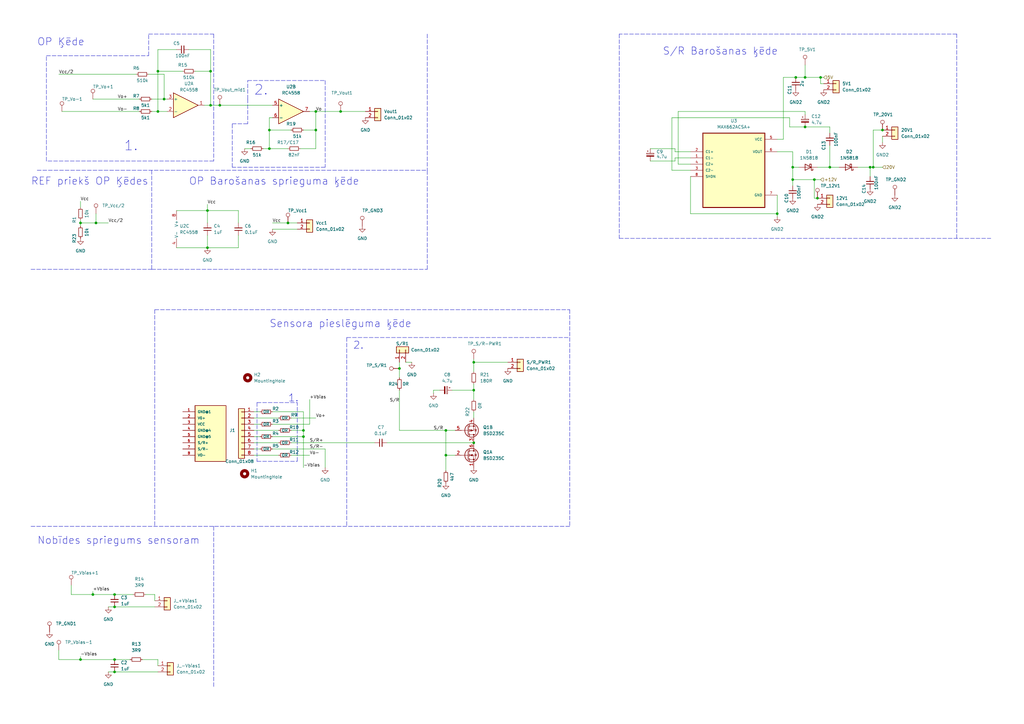
<source format=kicad_sch>
(kicad_sch (version 20211123) (generator eeschema)
  (paper "A3")
  (lib_symbols
    (symbol "Amplifier_Operational:RC4558" (pin_names (offset 0.127))
      (property "Reference" "U" (at 0 5.08 0))
      (property "Value" "RC4558" (at 0 -5.08 0))
      (symbol "RC4558_1_1"
        (polyline (pts (xy -5.08 5.08) (xy 5.08 0) (xy -5.08 -5.08) (xy -5.08 5.08)) (stroke (width 0.254)) (fill (type background)))
        (pin output line (at 7.62 0 180) (length 2.54) (name "~") (number "1"))
        (pin input line (at -7.62 -2.54 0) (length 2.54) (name "-") (number "2"))
        (pin input line (at -7.62 2.54 0) (length 2.54) (name "+") (number "3"))
      )
      (symbol "RC4558_2_1"
        (polyline (pts (xy -5.08 5.08) (xy 5.08 0) (xy -5.08 -5.08) (xy -5.08 5.08)) (stroke (width 0.254)) (fill (type background)))
        (pin input line (at -7.62 2.54 0) (length 2.54) (name "+") (number "5"))
        (pin input line (at -7.62 -2.54 0) (length 2.54) (name "-") (number "6"))
        (pin output line (at 7.62 0 180) (length 2.54) (name "~") (number "7"))
      )
      (symbol "RC4558_3_1"
        (pin power_in line (at -2.54 -7.62 90) (length 3.81) (name "V-") (number "4"))
        (pin power_in line (at -2.54 7.62 270) (length 3.81) (name "V+") (number "8"))
      )
    )
    (symbol "Connector:TestPoint" (pin_numbers hide) (pin_names (offset 0.762) hide)
      (property "Reference" "TP" (at 0 6.858 0))
      (property "Value" "TestPoint" (at 0 5.08 0))
      (symbol "TestPoint_0_1"
        (circle (center 0 3.302) (radius 0.762))
      )
      (symbol "TestPoint_1_1"
        (pin passive line (at 0 0 90) (length 2.54) (name "1") (number "1"))
      )
    )
    (symbol "Connector_Generic:Conn_01x02" (pin_names (offset 1.016) hide)
      (property "Reference" "J" (at 0 2.54 0))
      (property "Value" "Conn_01x02" (at 0 -5.08 0))
      (symbol "Conn_01x02_1_1"
        (rectangle (start -1.27 -2.413) (end 0 -2.667) (stroke (width 0.1524)))
        (rectangle (start -1.27 0.127) (end 0 -0.127) (stroke (width 0.1524)))
        (rectangle (start -1.27 1.27) (end 1.27 -3.81) (stroke (width 0.254)) (fill (type background)))
        (pin passive line (at -5.08 0 0) (length 3.81) (name "Pin_1") (number "1"))
        (pin passive line (at -5.08 -2.54 0) (length 3.81) (name "Pin_2") (number "2"))
      )
    )
    (symbol "Connector_Generic:Conn_01x08" (pin_names (offset 1.016) hide)
      (property "Reference" "J" (at 0 10.16 0))
      (property "Value" "Conn_01x08" (at 0 -12.7 0))
      (symbol "Conn_01x08_1_1"
        (rectangle (start -1.27 -10.033) (end 0 -10.287) (stroke (width 0.1524)))
        (rectangle (start -1.27 -7.493) (end 0 -7.747) (stroke (width 0.1524)))
        (rectangle (start -1.27 -4.953) (end 0 -5.207) (stroke (width 0.1524)))
        (rectangle (start -1.27 -2.413) (end 0 -2.667) (stroke (width 0.1524)))
        (rectangle (start -1.27 0.127) (end 0 -0.127) (stroke (width 0.1524)))
        (rectangle (start -1.27 2.667) (end 0 2.413) (stroke (width 0.1524)))
        (rectangle (start -1.27 5.207) (end 0 4.953) (stroke (width 0.1524)))
        (rectangle (start -1.27 7.747) (end 0 7.493) (stroke (width 0.1524)))
        (rectangle (start -1.27 8.89) (end 1.27 -11.43) (stroke (width 0.254)) (fill (type background)))
        (pin passive line (at -5.08 7.62 0) (length 3.81) (name "Pin_1") (number "1"))
        (pin passive line (at -5.08 5.08 0) (length 3.81) (name "Pin_2") (number "2"))
        (pin passive line (at -5.08 2.54 0) (length 3.81) (name "Pin_3") (number "3"))
        (pin passive line (at -5.08 0 0) (length 3.81) (name "Pin_4") (number "4"))
        (pin passive line (at -5.08 -2.54 0) (length 3.81) (name "Pin_5") (number "5"))
        (pin passive line (at -5.08 -5.08 0) (length 3.81) (name "Pin_6") (number "6"))
        (pin passive line (at -5.08 -7.62 0) (length 3.81) (name "Pin_7") (number "7"))
        (pin passive line (at -5.08 -10.16 0) (length 3.81) (name "Pin_8") (number "8"))
      )
    )
    (symbol "Device:C_Polarized_Small" (pin_numbers hide) (pin_names (offset 0.254) hide)
      (property "Reference" "C" (at 0.254 1.778 0))
      (property "Value" "C_Polarized_Small" (at 0.254 -2.032 0))
      (symbol "C_Polarized_Small_0_1"
        (rectangle (start -1.524 -0.3048) (end 1.524 -0.6858) (fill (type outline)))
        (rectangle (start -1.524 0.6858) (end 1.524 0.3048))
        (polyline (pts (xy -1.27 1.524) (xy -0.762 1.524)))
        (polyline (pts (xy -1.016 1.27) (xy -1.016 1.778)))
      )
      (symbol "C_Polarized_Small_1_1"
        (pin passive line (at 0 2.54 270) (length 1.8542) (name "~") (number "1"))
        (pin passive line (at 0 -2.54 90) (length 1.8542) (name "~") (number "2"))
      )
    )
    (symbol "Device:C_Small" (pin_numbers hide) (pin_names (offset 0.254) hide)
      (property "Reference" "C" (at 0.254 1.778 0))
      (property "Value" "C_Small" (at 0.254 -2.032 0))
      (symbol "C_Small_0_1"
        (polyline (pts (xy -1.524 -0.508) (xy 1.524 -0.508)) (stroke (width 0.3302)))
        (polyline (pts (xy -1.524 0.508) (xy 1.524 0.508)) (stroke (width 0.3048)))
      )
      (symbol "C_Small_1_1"
        (pin passive line (at 0 2.54 270) (length 2.032) (name "~") (number "1"))
        (pin passive line (at 0 -2.54 90) (length 2.032) (name "~") (number "2"))
      )
    )
    (symbol "Device:R_Small" (pin_numbers hide) (pin_names (offset 0.254) hide)
      (property "Reference" "R" (at 0.762 0.508 0))
      (property "Value" "R_Small" (at 0.762 -1.016 0))
      (symbol "R_Small_0_1"
        (rectangle (start -0.762 1.778) (end 0.762 -1.778) (stroke (width 0.2032)))
      )
      (symbol "R_Small_1_1"
        (pin passive line (at 0 2.54 270) (length 0.762) (name "~") (number "1"))
        (pin passive line (at 0 -2.54 90) (length 0.762) (name "~") (number "2"))
      )
    )
    (symbol "Diode:1N5818" (pin_numbers hide) (pin_names (offset 1.016) hide)
      (property "Reference" "D" (at 0 2.54 0))
      (property "Value" "1N5818" (at 0 -2.54 0))
      (symbol "1N5818_0_1"
        (polyline (pts (xy 1.27 0) (xy -1.27 0)))
        (polyline (pts (xy 1.27 1.27) (xy 1.27 -1.27) (xy -1.27 0) (xy 1.27 1.27)) (stroke (width 0.254)))
        (polyline (pts (xy -1.905 0.635) (xy -1.905 1.27) (xy -1.27 1.27) (xy -1.27 -1.27) (xy -0.635 -1.27) (xy -0.635 -0.635)) (stroke (width 0.254)))
      )
      (symbol "1N5818_1_1"
        (pin passive line (at -3.81 0 0) (length 2.54) (name "K") (number "1"))
        (pin passive line (at 3.81 0 180) (length 2.54) (name "A") (number "2"))
      )
    )
    (symbol "Mechanical:MountingHole" (pin_names (offset 1.016))
      (property "Reference" "H" (at 0 5.08 0))
      (property "Value" "MountingHole" (at 0 3.175 0))
      (symbol "MountingHole_0_1"
        (circle (center 0 0) (radius 1.27) (stroke (width 1.27)))
      )
    )
    (symbol "MyLib:HMC1051Z" (pin_names (offset 1.016))
      (symbol "HMC1051Z_0_0"
        (rectangle (start 0 -7.62) (end 12.7 15.24) (stroke (width 0.254)) (fill (type background)))
        (polyline (pts (xy 0 15.24) (xy 0 -7.62)) (stroke (width 0.254)))
        (pin bidirectional line (at -5.08 12.7 0) (length 5.08) (name "GND@1") (number "1"))
        (pin bidirectional line (at -5.08 10.16 0) (length 5.08) (name "V0+") (number "2"))
        (pin bidirectional line (at -5.08 7.62 0) (length 5.08) (name "VCC") (number "3"))
        (pin bidirectional line (at -5.08 5.08 0) (length 5.08) (name "GND@4") (number "4"))
        (pin bidirectional line (at -5.08 2.54 0) (length 5.08) (name "GND@5") (number "5"))
        (pin bidirectional line (at -5.08 0 0) (length 5.08) (name "S/R+") (number "6"))
        (pin bidirectional line (at -5.08 -2.54 0) (length 5.08) (name "S/R-") (number "7"))
        (pin bidirectional line (at -5.08 -5.08 0) (length 5.08) (name "VO-") (number "8"))
      )
    )
    (symbol "MyLib:MAX662ACSA+" (pin_names (offset 1.016))
      (property "Reference" "U" (at -12.7 16.2306 0))
      (property "Value" "MAX662ACSA+" (at -12.7 -19.2278 0))
      (symbol "MAX662ACSA+_0_0"
        (rectangle (start -12.7 -15.24) (end 12.7 15.24) (stroke (width 0.4064)) (fill (type background)))
        (pin input line (at -17.78 5.08 0) (length 5.08) (name "C1-") (number "1"))
        (pin input line (at -17.78 7.62 0) (length 5.08) (name "C1+") (number "2"))
        (pin input line (at -17.78 0 0) (length 5.08) (name "C2-") (number "3"))
        (pin input line (at -17.78 2.54 0) (length 5.08) (name "C2+") (number "4"))
        (pin power_in line (at 17.78 12.7 180) (length 5.08) (name "VCC") (number "5"))
        (pin output line (at 17.78 7.62 180) (length 5.08) (name "VOUT") (number "6"))
        (pin power_in line (at 17.78 -10.16 180) (length 5.08) (name "GND") (number "7"))
        (pin input line (at -17.78 -2.54 0) (length 5.08) (name "SHDN") (number "8"))
      )
    )
    (symbol "Transistor_FET:BSD235C" (pin_names hide)
      (property "Reference" "Q" (at 5.08 2.54 0))
      (property "Value" "BSD235C" (at 5.08 0 0))
      (symbol "BSD235C_1_1"
        (polyline (pts (xy 0.254 -1.905) (xy 0.254 1.905)) (stroke (width 0.254)))
        (polyline (pts (xy 0.254 0) (xy -2.54 0)))
        (polyline (pts (xy 0.762 -2.286) (xy 0.762 -1.27)) (stroke (width 0.254)))
        (polyline (pts (xy 0.762 -0.508) (xy 0.762 0.508)) (stroke (width 0.254)))
        (polyline (pts (xy 0.762 1.27) (xy 0.762 2.286)) (stroke (width 0.254)))
        (polyline (pts (xy 2.54 1.905) (xy 2.54 2.54)))
        (polyline (pts (xy 2.54 -2.54) (xy 2.54 0) (xy 0.762 0)))
        (polyline (pts (xy 0.762 1.778) (xy 3.302 1.778) (xy 3.302 -1.778) (xy 0.762 -1.778)))
        (polyline (pts (xy 1.016 0) (xy 2.032 -0.381) (xy 2.032 0.381) (xy 1.016 0)) (fill (type outline)))
        (polyline (pts (xy 2.794 0.508) (xy 2.921 0.381) (xy 3.683 0.381) (xy 3.81 0.254)))
        (polyline (pts (xy 3.302 0.381) (xy 2.921 -0.254) (xy 3.683 -0.254) (xy 3.302 0.381)))
        (circle (center 1.651 0) (radius 2.794) (stroke (width 0.254)))
        (circle (center 2.54 -1.778) (radius 0.254) (fill (type outline)))
        (circle (center 2.54 1.778) (radius 0.254) (fill (type outline)))
        (pin passive line (at 2.54 -5.08 90) (length 2.54) (name "SN") (number "1"))
        (pin input line (at -5.08 0 0) (length 2.54) (name "GN") (number "2"))
        (pin passive line (at 2.54 5.08 270) (length 2.54) (name "DN") (number "6"))
      )
      (symbol "BSD235C_2_1"
        (polyline (pts (xy 0.254 0) (xy -2.54 0)))
        (polyline (pts (xy 0.254 1.905) (xy 0.254 -1.905)) (stroke (width 0.254)))
        (polyline (pts (xy 0.762 -1.27) (xy 0.762 -2.286)) (stroke (width 0.254)))
        (polyline (pts (xy 0.762 0.508) (xy 0.762 -0.508)) (stroke (width 0.254)))
        (polyline (pts (xy 0.762 2.286) (xy 0.762 1.27)) (stroke (width 0.254)))
        (polyline (pts (xy 2.54 -1.905) (xy 2.54 -2.54)))
        (polyline (pts (xy 2.54 2.54) (xy 2.54 0) (xy 0.762 0)))
        (polyline (pts (xy 0.762 -1.778) (xy 3.302 -1.778) (xy 3.302 1.778) (xy 0.762 1.778)))
        (polyline (pts (xy 2.286 0) (xy 1.27 -0.381) (xy 1.27 0.381) (xy 2.286 0)) (fill (type outline)))
        (polyline (pts (xy 2.794 0.508) (xy 2.921 0.381) (xy 3.683 0.381) (xy 3.81 0.254)))
        (polyline (pts (xy 3.302 0.381) (xy 2.921 -0.254) (xy 3.683 -0.254) (xy 3.302 0.381)))
        (circle (center 1.651 0) (radius 2.794) (stroke (width 0.254)))
        (circle (center 2.54 -1.778) (radius 0.254) (fill (type outline)))
        (circle (center 2.54 1.778) (radius 0.254) (fill (type outline)))
        (pin passive line (at 2.54 -5.08 90) (length 2.54) (name "DP") (number "3"))
        (pin passive line (at 2.54 5.08 270) (length 2.54) (name "SP") (number "4"))
        (pin input line (at -5.08 0 0) (length 2.54) (name "GP") (number "5"))
      )
    )
    (symbol "power:GND" (power) (pin_names (offset 0))
      (property "Value" "GND" (at 0 -3.81 0))
      (symbol "GND_0_1"
        (polyline (pts (xy 0 0) (xy 0 -1.27) (xy 1.27 -1.27) (xy 0 -2.54) (xy -1.27 -1.27) (xy 0 -1.27)))
      )
      (symbol "GND_1_1"
        (pin power_in line (at 0 0 270) (length 0) hide (name "GND") (number "1"))
      )
    )
    (symbol "power:GND2" (power) (pin_names (offset 0))
      (property "Value" "GND2" (at 0 -3.81 0))
      (symbol "GND2_0_1"
        (polyline (pts (xy 0 0) (xy 0 -1.27) (xy 1.27 -1.27) (xy 0 -2.54) (xy -1.27 -1.27) (xy 0 -1.27)))
      )
      (symbol "GND2_1_1"
        (pin power_in line (at 0 0 270) (length 0) hide (name "GND2") (number "1"))
      )
    )
  )
  (junction (at 64.77 29.21))
  (junction (at 46.99 243.84))
  (junction (at 318.77 87.63))
  (junction (at 129.54 45.72))
  (junction (at 163.83 151.13))
  (junction (at 64.77 45.72))
  (junction (at 46.99 248.92))
  (junction (at 330.2 31.75))
  (junction (at 110.49 53.34))
  (junction (at 194.31 160.02))
  (junction (at 336.55 31.75))
  (junction (at 361.95 53.34))
  (junction (at 118.11 91.44))
  (junction (at 182.88 176.53))
  (junction (at 358.14 68.58))
  (junction (at 110.49 60.96))
  (junction (at 129.54 53.34))
  (junction (at 39.37 91.44))
  (junction (at 326.39 31.75))
  (junction (at 124.46 176.53))
  (junction (at 67.31 40.64))
  (junction (at 33.02 91.44))
  (junction (at 340.36 68.58))
  (junction (at 335.28 81.28))
  (junction (at 325.12 68.58))
  (junction (at 86.36 29.21))
  (junction (at 356.87 68.58))
  (junction (at 194.31 148.59))
  (junction (at 38.1 243.84))
  (junction (at 182.88 186.69))
  (junction (at 46.99 270.51))
  (junction (at 85.09 101.6))
  (junction (at 46.99 275.59))
  (junction (at 330.2 52.07))
  (junction (at 85.09 86.36))
  (junction (at 90.17 43.18))
  (junction (at 194.31 181.61))
  (junction (at 124.46 179.07))
  (junction (at 86.36 43.18))
  (junction (at 33.02 270.51))
  (junction (at 325.12 73.66))
  (junction (at 139.7 45.72))
  (junction (at 334.01 73.66))
  (wire (pts (xy 33.02 82.55) (xy 33.02 85.09)))
  (wire (pts (xy 182.88 186.69) (xy 186.69 186.69)))
  (polyline (pts (xy 392.43 97.79) (xy 392.43 13.97)))
  (wire (pts (xy 46.99 243.84) (xy 38.1 243.84)))
  (wire (pts (xy 276.86 64.77) (xy 283.21 64.77)))
  (wire (pts (xy 85.09 86.36) (xy 85.09 91.44)))
  (polyline (pts (xy 105.41 189.23) (xy 121.92 189.23)))
  (wire (pts (xy 119.38 186.69) (xy 127 186.69)))
  (wire (pts (xy 180.34 160.02) (xy 177.8 160.02)))
  (wire (pts (xy 77.47 20.32) (xy 86.36 20.32)))
  (wire (pts (xy 33.02 270.51) (xy 33.02 269.24)))
  (wire (pts (xy 158.75 181.61) (xy 194.31 181.61)))
  (wire (pts (xy 110.49 53.34) (xy 119.38 53.34)))
  (wire (pts (xy 194.31 148.59) (xy 194.31 152.4)))
  (wire (pts (xy 111.76 184.15) (xy 133.35 184.15)))
  (wire (pts (xy 44.45 275.59) (xy 46.99 275.59)))
  (wire (pts (xy 33.02 91.44) (xy 33.02 90.17)))
  (wire (pts (xy 177.8 160.02) (xy 177.8 161.29)))
  (polyline (pts (xy 142.24 138.43) (xy 142.24 215.9)))
  (wire (pts (xy 325.12 73.66) (xy 325.12 76.2)))
  (wire (pts (xy 334.01 73.66) (xy 336.55 73.66)))
  (wire (pts (xy 185.42 160.02) (xy 194.31 160.02)))
  (wire (pts (xy 83.82 43.18) (xy 86.36 43.18)))
  (wire (pts (xy 111.76 91.44) (xy 118.11 91.44)))
  (wire (pts (xy 63.5 243.84) (xy 63.5 246.38)))
  (wire (pts (xy 64.77 29.21) (xy 74.93 29.21)))
  (wire (pts (xy 330.2 45.72) (xy 330.2 46.99)))
  (wire (pts (xy 111.76 179.07) (xy 124.46 179.07)))
  (wire (pts (xy 104.14 181.61) (xy 114.3 181.61)))
  (wire (pts (xy 194.31 148.59) (xy 208.28 148.59)))
  (wire (pts (xy 24.13 266.7) (xy 24.13 270.51)))
  (wire (pts (xy 97.79 101.6) (xy 85.09 101.6)))
  (wire (pts (xy 335.28 81.28) (xy 334.01 81.28)))
  (wire (pts (xy 24.13 270.51) (xy 33.02 270.51)))
  (wire (pts (xy 276.86 66.04) (xy 276.86 64.77)))
  (wire (pts (xy 194.31 157.48) (xy 194.31 160.02)))
  (polyline (pts (xy 12.7 215.9) (xy 87.63 215.9)))
  (wire (pts (xy 85.09 86.36) (xy 97.79 86.36)))
  (polyline (pts (xy 101.6 40.64) (xy 101.6 50.8)))
  (wire (pts (xy 358.14 53.34) (xy 358.14 68.58)))
  (wire (pts (xy 104.14 176.53) (xy 114.3 176.53)))
  (wire (pts (xy 44.45 248.92) (xy 46.99 248.92)))
  (polyline (pts (xy 105.41 165.1) (xy 121.92 165.1)))
  (wire (pts (xy 58.42 270.51) (xy 64.77 270.51)))
  (wire (pts (xy 59.69 243.84) (xy 63.5 243.84)))
  (polyline (pts (xy 87.63 215.9) (xy 87.63 281.94)))
  (wire (pts (xy 119.38 181.61) (xy 153.67 181.61)))
  (wire (pts (xy 46.99 275.59) (xy 64.77 275.59)))
  (wire (pts (xy 194.31 160.02) (xy 194.31 163.83)))
  (wire (pts (xy 163.83 176.53) (xy 163.83 160.02)))
  (wire (pts (xy 86.36 43.18) (xy 86.36 29.21)))
  (wire (pts (xy 358.14 53.34) (xy 361.95 53.34)))
  (wire (pts (xy 39.37 91.44) (xy 44.45 91.44)))
  (wire (pts (xy 119.38 171.45) (xy 129.54 171.45)))
  (polyline (pts (xy 101.6 40.64) (xy 101.6 33.02)))
  (wire (pts (xy 168.91 148.59) (xy 166.37 148.59)))
  (wire (pts (xy 129.54 60.96) (xy 123.19 60.96)))
  (wire (pts (xy 133.35 191.77) (xy 133.35 184.15)))
  (wire (pts (xy 110.49 60.96) (xy 118.11 60.96)))
  (wire (pts (xy 129.54 53.34) (xy 129.54 45.72)))
  (polyline (pts (xy 254 13.97) (xy 254 97.79)))
  (wire (pts (xy 129.54 45.72) (xy 139.7 45.72)))
  (wire (pts (xy 118.11 91.44) (xy 121.92 91.44)))
  (wire (pts (xy 97.79 96.52) (xy 97.79 101.6)))
  (wire (pts (xy 38.1 243.84) (xy 38.1 242.57)))
  (wire (pts (xy 119.38 176.53) (xy 124.46 176.53)))
  (wire (pts (xy 335.28 68.58) (xy 340.36 68.58)))
  (polyline (pts (xy 62.23 69.85) (xy 62.23 110.49)))
  (polyline (pts (xy 392.43 13.97) (xy 254 13.97)))
  (polyline (pts (xy 133.35 68.58) (xy 95.25 68.58)))
  (polyline (pts (xy 19.05 22.86) (xy 60.96 22.86)))
  (wire (pts (xy 275.59 48.26) (xy 323.85 48.26)))
  (wire (pts (xy 85.09 96.52) (xy 85.09 101.6)))
  (wire (pts (xy 64.77 20.32) (xy 72.39 20.32)))
  (wire (pts (xy 127 173.99) (xy 127 163.83)))
  (polyline (pts (xy 254 97.79) (xy 406.4 97.79)))
  (wire (pts (xy 67.31 30.48) (xy 67.31 40.64)))
  (wire (pts (xy 283.21 67.31) (xy 278.13 67.31)))
  (wire (pts (xy 276.86 62.23) (xy 276.86 60.96)))
  (polyline (pts (xy 133.35 33.02) (xy 133.35 68.58)))
  (polyline (pts (xy 233.68 127) (xy 233.68 215.9)))
  (wire (pts (xy 283.21 87.63) (xy 283.21 72.39)))
  (polyline (pts (xy 87.63 13.97) (xy 87.63 46.99)))
  (wire (pts (xy 90.17 43.18) (xy 111.76 43.18)))
  (wire (pts (xy 337.82 34.29) (xy 336.55 34.29)))
  (wire (pts (xy 38.1 40.64) (xy 57.15 40.64)))
  (wire (pts (xy 139.7 45.72) (xy 149.86 45.72)))
  (wire (pts (xy 33.02 92.71) (xy 33.02 91.44)))
  (wire (pts (xy 163.83 151.13) (xy 163.83 148.59)))
  (wire (pts (xy 278.13 67.31) (xy 278.13 45.72)))
  (wire (pts (xy 60.96 30.48) (xy 67.31 30.48)))
  (wire (pts (xy 356.87 68.58) (xy 358.14 68.58)))
  (wire (pts (xy 100.33 60.96) (xy 102.87 60.96)))
  (polyline (pts (xy 87.63 46.99) (xy 87.63 66.04)))
  (wire (pts (xy 110.49 48.26) (xy 110.49 53.34)))
  (wire (pts (xy 325.12 73.66) (xy 334.01 73.66)))
  (polyline (pts (xy 95.25 68.58) (xy 95.25 50.8)))
  (wire (pts (xy 318.77 62.23) (xy 325.12 62.23)))
  (wire (pts (xy 336.55 31.75) (xy 336.55 34.29)))
  (wire (pts (xy 111.76 93.98) (xy 121.92 93.98)))
  (wire (pts (xy 111.76 48.26) (xy 110.49 48.26)))
  (wire (pts (xy 39.37 87.63) (xy 39.37 91.44)))
  (wire (pts (xy 124.46 191.77) (xy 124.46 179.07)))
  (wire (pts (xy 321.31 31.75) (xy 321.31 57.15)))
  (polyline (pts (xy 233.68 215.9) (xy 87.63 215.9)))
  (wire (pts (xy 104.14 171.45) (xy 114.3 171.45)))
  (wire (pts (xy 29.21 243.84) (xy 29.21 240.03)))
  (wire (pts (xy 85.09 101.6) (xy 72.39 101.6)))
  (wire (pts (xy 283.21 62.23) (xy 276.86 62.23)))
  (polyline (pts (xy 121.92 189.23) (xy 121.92 165.1)))
  (wire (pts (xy 124.46 179.07) (xy 124.46 176.53)))
  (wire (pts (xy 85.09 83.82) (xy 85.09 86.36)))
  (polyline (pts (xy 62.23 110.49) (xy 175.26 110.49)))
  (wire (pts (xy 104.14 168.91) (xy 106.68 168.91)))
  (wire (pts (xy 110.49 53.34) (xy 110.49 60.96)))
  (wire (pts (xy 356.87 72.39) (xy 356.87 68.58)))
  (wire (pts (xy 67.31 40.64) (xy 68.58 40.64)))
  (wire (pts (xy 182.88 193.04) (xy 182.88 186.69)))
  (polyline (pts (xy 60.96 22.86) (xy 60.96 13.97)))
  (polyline (pts (xy 19.05 66.04) (xy 19.05 22.86)))
  (wire (pts (xy 86.36 43.18) (xy 90.17 43.18)))
  (wire (pts (xy 72.39 86.36) (xy 85.09 86.36)))
  (wire (pts (xy 356.87 68.58) (xy 351.79 68.58)))
  (wire (pts (xy 25.4 45.72) (xy 57.15 45.72)))
  (polyline (pts (xy 105.41 165.1) (xy 105.41 189.23)))
  (wire (pts (xy 330.2 31.75) (xy 336.55 31.75)))
  (wire (pts (xy 86.36 20.32) (xy 86.36 29.21)))
  (polyline (pts (xy 101.6 33.02) (xy 133.35 33.02)))
  (wire (pts (xy 104.14 186.69) (xy 114.3 186.69)))
  (wire (pts (xy 64.77 45.72) (xy 68.58 45.72)))
  (wire (pts (xy 64.77 270.51) (xy 64.77 273.05)))
  (wire (pts (xy 38.1 243.84) (xy 29.21 243.84)))
  (wire (pts (xy 361.95 55.88) (xy 361.95 58.42)))
  (polyline (pts (xy 60.96 13.97) (xy 87.63 13.97)))
  (wire (pts (xy 64.77 20.32) (xy 64.77 29.21)))
  (wire (pts (xy 323.85 48.26) (xy 323.85 52.07)))
  (wire (pts (xy 326.39 31.75) (xy 330.2 31.75)))
  (wire (pts (xy 124.46 176.53) (xy 124.46 168.91)))
  (wire (pts (xy 46.99 270.51) (xy 53.34 270.51)))
  (polyline (pts (xy 12.7 110.49) (xy 62.23 110.49)))
  (polyline (pts (xy 87.63 66.04) (xy 19.05 66.04)))
  (wire (pts (xy 124.46 53.34) (xy 129.54 53.34)))
  (wire (pts (xy 318.77 87.63) (xy 283.21 87.63)))
  (wire (pts (xy 330.2 52.07) (xy 340.36 52.07)))
  (wire (pts (xy 64.77 29.21) (xy 64.77 45.72)))
  (polyline (pts (xy 15.24 69.85) (xy 175.26 69.85)))
  (wire (pts (xy 33.02 91.44) (xy 39.37 91.44)))
  (wire (pts (xy 62.23 40.64) (xy 67.31 40.64)))
  (polyline (pts (xy 175.26 110.49) (xy 175.26 69.85)))
  (wire (pts (xy 323.85 52.07) (xy 330.2 52.07)))
  (wire (pts (xy 129.54 45.72) (xy 127 45.72)))
  (wire (pts (xy 325.12 68.58) (xy 327.66 68.58)))
  (wire (pts (xy 334.01 81.28) (xy 334.01 73.66)))
  (wire (pts (xy 46.99 270.51) (xy 33.02 270.51)))
  (wire (pts (xy 24.13 30.48) (xy 55.88 30.48)))
  (wire (pts (xy 46.99 243.84) (xy 54.61 243.84)))
  (wire (pts (xy 97.79 86.36) (xy 97.79 91.44)))
  (wire (pts (xy 275.59 69.85) (xy 275.59 48.26)))
  (wire (pts (xy 321.31 31.75) (xy 326.39 31.75)))
  (wire (pts (xy 325.12 68.58) (xy 325.12 73.66)))
  (wire (pts (xy 124.46 168.91) (xy 111.76 168.91)))
  (wire (pts (xy 278.13 45.72) (xy 330.2 45.72)))
  (wire (pts (xy 86.36 29.21) (xy 80.01 29.21)))
  (wire (pts (xy 107.95 60.96) (xy 110.49 60.96)))
  (wire (pts (xy 330.2 26.67) (xy 330.2 31.75)))
  (wire (pts (xy 104.14 173.99) (xy 106.68 173.99)))
  (wire (pts (xy 336.55 31.75) (xy 337.82 31.75)))
  (wire (pts (xy 129.54 53.34) (xy 129.54 60.96)))
  (wire (pts (xy 325.12 62.23) (xy 325.12 68.58)))
  (wire (pts (xy 266.7 66.04) (xy 276.86 66.04)))
  (wire (pts (xy 340.36 59.69) (xy 340.36 68.58)))
  (wire (pts (xy 283.21 69.85) (xy 275.59 69.85)))
  (wire (pts (xy 318.77 88.9) (xy 318.77 87.63)))
  (wire (pts (xy 340.36 52.07) (xy 340.36 54.61)))
  (wire (pts (xy 62.23 45.72) (xy 64.77 45.72)))
  (wire (pts (xy 104.14 184.15) (xy 106.68 184.15)))
  (wire (pts (xy 340.36 68.58) (xy 344.17 68.58)))
  (wire (pts (xy 194.31 168.91) (xy 194.31 171.45)))
  (wire (pts (xy 104.14 179.07) (xy 106.68 179.07)))
  (wire (pts (xy 111.76 173.99) (xy 127 173.99)))
  (wire (pts (xy 318.77 80.01) (xy 318.77 87.63)))
  (polyline (pts (xy 63.5 127) (xy 63.5 215.9)))
  (wire (pts (xy 163.83 151.13) (xy 163.83 154.94)))
  (wire (pts (xy 194.31 147.32) (xy 194.31 148.59)))
  (wire (pts (xy 318.77 57.15) (xy 321.31 57.15)))
  (wire (pts (xy 163.83 176.53) (xy 182.88 176.53)))
  (polyline (pts (xy 175.26 13.97) (xy 175.26 69.85)))
  (polyline (pts (xy 95.25 50.8) (xy 101.6 50.8)))
  (wire (pts (xy 182.88 176.53) (xy 186.69 176.53)))
  (polyline (pts (xy 142.24 138.43) (xy 233.68 138.43)))
  (wire (pts (xy 182.88 186.69) (xy 182.88 176.53)))
  (wire (pts (xy 358.14 68.58) (xy 361.95 68.58)))
  (wire (pts (xy 46.99 248.92) (xy 63.5 248.92)))
  (polyline (pts (xy 63.5 127) (xy 233.68 127)))
  (wire (pts (xy 266.7 60.96) (xy 276.86 60.96)))
  (text "Nobīdes spriegums sensoram" (at 15.24 223.52 0) (effects (font (size 3 3)) (justify left bottom)))
  (text "OP Barošanas sprieguma ķēde" (at 77.47 76.2 0) (effects (font (size 3 3)) (justify left bottom)))
  (text "Sensora pieslēguma ķēde\n" (at 110.49 134.62 0) (effects (font (size 3 3)) (justify left bottom)))
  (text "2." (at 144.78 143.51 0) (effects (font (size 3 3)) (justify left bottom)))
  (text "1." (at 50.8 62.23 0) (effects (font (size 4 4)) (justify left bottom)))
  (text "S/R Barošanas ķēde" (at 271.78 22.86 0) (effects (font (size 3 3)) (justify left bottom)))
  (text "REF priekš OP Ķēdes" (at 12.7 76.2 0) (effects (font (size 3 3)) (justify left bottom)))
  (text "2." (at 104.14 39.37 0) (effects (font (size 4 4)) (justify left bottom)))
  (text "1." (at 118.11 165.1 0) (effects (font (size 3 3)) (justify left bottom)))
  (text "OP Ķēde" (at 15.24 19.05 0) (effects (font (size 3 3)) (justify left bottom)))
  (label "-Vbias" (at 124.46 191.77 0))
  (label "Vcc" (at 85.09 83.82 0))
  (label "Vo-" (at 48.26 45.72 0))
  (label "Vo+" (at 129.54 171.45 0))
  (label "S{slash}R" (at 163.83 165.1 180))
  (label "+Vbias" (at 38.1 242.57 0))
  (label "S{slash}R" (at 177.8 176.53 0))
  (label "S{slash}R-" (at 127 184.15 0))
  (label "Vo-" (at 127 186.69 0))
  (label "-Vbias" (at 33.02 269.24 0))
  (label "S{slash}R+" (at 127 181.61 0))
  (label "Vo" (at 129.54 45.72 0))
  (label "Vcc{slash}2" (at 24.13 30.48 0))
  (label "+Vbias" (at 127 163.83 0))
  (label "Vcc" (at 33.02 82.55 0))
  (label "Vcc" (at 111.76 91.44 0))
  (label "Vcc{slash}2" (at 44.45 91.44 0))
  (label "Vo+" (at 48.26 40.64 0))
  (hierarchical_label "20V" (shape input) (at 361.95 68.58 0))
  (hierarchical_label "+12V" (shape input) (at 336.55 73.66 0))
  (hierarchical_label "5V" (shape input) (at 337.82 31.75 0))
  (symbol (lib_id "Transistor_FET:BSD235C") (at 191.77 186.69 0) (unit 1)
    (property "Reference" "Q1" (at 198.12 185.4199 0) (effects (justify left)))
    (property "Value" "BSD235C" (at 198.12 187.9599 0) (effects (justify left)))
    (property "Footprint" "Package_TO_SOT_SMD:SOT-563" (effects hide))
    (property "Datasheet" "https://www.infineon.com/dgdl/Infineon-BSD235C-DS-v02_04-EN.pdf?fileId=db3a30433580b371013585a2d0d53326" (effects hide))
  )
  (symbol (lib_id "Connector_Generic:Conn_01x08") (at 99.06 176.53 0) (mirror y) (unit 1)
    (property "Reference" "J1" (at 96.52 176.5299 0) (effects (justify left)))
    (property "Value" "Conn_01x08" (at 104.14 189.23 0) (effects (justify left)))
    (property "Footprint" "Connector_PinSocket_1.27mm:PinSocket_1x08_P1.27mm_Vertical" (effects hide))
  )
  (symbol (lib_id "Device:C_Polarized_Small") (at 182.88 160.02 270) (unit 1)
    (property "Reference" "C8" (at 183.4261 153.67 90))
    (property "Value" "4.7u" (at 183.4261 156.21 90))
    (property "Footprint" "Capacitor_Tantalum_SMD:CP_EIA-7343-31_Kemet-D_Pad2.25x2.55mm_HandSolder" (effects hide))
  )
  (symbol (lib_id "Device:C_Polarized_Small") (at 330.2 49.53 0) (unit 1)
    (property "Reference" "C12" (at 332.74 47.7138 0) (effects (justify left)))
    (property "Value" "4.7u" (at 332.74 50.2538 0) (effects (justify left)))
    (property "Footprint" "Capacitor_Tantalum_SMD:CP_EIA-7343-31_Kemet-D_Pad2.25x2.55mm_HandSolder" (effects hide))
  )
  (symbol (lib_id "MyLib:MAX662ACSA+") (at 300.99 69.85 0) (unit 1)
    (property "Reference" "U3" (at 300.99 49.53 0))
    (property "Value" "MAX662ACSA+" (at 300.99 52.07 0))
    (property "Footprint" "MyLib:SOIC127P600X175-8N" (effects hide))
    (property "Availability" "Unavailable" (effects hide))
    (property "Package" "SOIC-8 Maxim" (effects hide))
    (property "MP" "MAX662ACSA+" (effects hide))
    (property "Price" "None" (effects hide))
    (property "Description" "Charge Pump Switching Regulator IC Positive Fixed 12V 1 Output 30mA 8-SOIC _0.154, 3.90mm Width_" (effects hide))
    (property "MF" "Maxim Integrated" (effects hide))
  )
  (symbol (lib_id "power:GND2") (at 318.77 88.9 0) (unit 1)
    (property "Reference" "#PWR0110" (effects hide))
    (property "Value" "GND2" (at 318.77 93.98 0))
  )
  (symbol (lib_id "power:GND") (at 44.45 275.59 0) (unit 1)
    (property "Reference" "#PWR0108" (effects hide))
    (property "Value" "GND" (at 44.45 280.67 0))
  )
  (symbol (lib_id "Connector_Generic:Conn_01x02") (at 154.94 45.72 0) (unit 1)
    (property "Reference" "Vout1" (at 157.48 45.7199 0) (effects (justify left)))
    (property "Value" "Conn_01x02" (at 157.48 48.2599 0) (effects (justify left)))
    (property "Footprint" "Connector_PinHeader_2.54mm:PinHeader_1x02_P2.54mm_Horizontal" (effects hide))
  )
  (symbol (lib_id "Device:C_Small") (at 326.39 34.29 180) (unit 1)
    (property "Reference" "C11" (at 323.85 36.83 90))
    (property "Value" "2u" (at 328.93 34.29 90))
    (property "Footprint" "Capacitor_SMD:C_0805_2012Metric_Pad1.18x1.45mm_HandSolder" (effects hide))
  )
  (symbol (lib_id "Connector:TestPoint") (at 361.95 53.34 0) (unit 1)
    (property "Reference" "TP_20V1" (at 358.14 46.99 0) (effects (justify left)))
    (property "Value" "TestPoint" (effects hide))
    (property "Footprint" "TestPoint:TestPoint_THTPad_D2.5mm_Drill1.2mm" (effects hide))
  )
  (symbol (lib_id "Connector_Generic:Conn_01x02") (at 69.85 273.05 0) (unit 1)
    (property "Reference" "J_-Vbias1" (at 72.39 273.0499 0) (effects (justify left)))
    (property "Value" "Conn_01x02" (at 72.39 275.5899 0) (effects (justify left)))
    (property "Footprint" "Connector_PinHeader_2.54mm:PinHeader_1x02_P2.54mm_Horizontal" (effects hide))
  )
  (symbol (lib_id "Device:R_Small") (at 105.41 60.96 90) (unit 1)
    (property "Reference" "R16" (at 102.87 58.42 90))
    (property "Value" "51k" (at 105.41 63.5 90))
    (property "Footprint" "Resistor_SMD:R_0805_2012Metric_Pad1.20x1.40mm_HandSolder" (effects hide))
  )
  (symbol (lib_id "Device:C_Small") (at 325.12 78.74 180) (unit 1)
    (property "Reference" "C10" (at 322.58 81.28 90))
    (property "Value" "100nF" (at 327.66 78.74 90))
    (property "Footprint" "Capacitor_SMD:C_0805_2012Metric_Pad1.18x1.45mm_HandSolder" (effects hide))
  )
  (symbol (lib_id "Device:R_Small") (at 194.31 154.94 0) (unit 1)
    (property "Reference" "R21" (at 196.85 153.6699 0) (effects (justify left)))
    (property "Value" "180R" (at 196.85 156.2099 0) (effects (justify left)))
    (property "Footprint" "Resistor_SMD:R_0805_2012Metric_Pad1.20x1.40mm_HandSolder" (effects hide))
  )
  (symbol (lib_id "Device:R_Small") (at 116.84 171.45 90) (unit 1)
    (property "Reference" "R9" (at 120.65 170.18 90))
    (property "Value" "0R" (at 116.84 171.45 90))
    (property "Footprint" "Resistor_SMD:R_0805_2012Metric_Pad1.20x1.40mm_HandSolder" (effects hide))
  )
  (symbol (lib_id "Connector:TestPoint") (at 148.59 92.71 0) (unit 1)
    (property "Reference" "TP_GND3" (at 148.59 86.36 0) (effects (justify left)))
    (property "Value" "TestPoint" (effects hide))
    (property "Footprint" "TestPoint:TestPoint_THTPad_D2.5mm_Drill1.2mm" (effects hide))
  )
  (symbol (lib_id "Diode:1N5818") (at 331.47 68.58 180) (unit 1)
    (property "Reference" "D1" (at 331.7875 62.23 0))
    (property "Value" "1N5818" (at 331.7875 64.77 0))
    (property "Footprint" "Diode_SMD:D_SMA" (effects hide))
    (property "Datasheet" "http://www.vishay.com/docs/88525/1n5817.pdf" (effects hide))
  )
  (symbol (lib_id "power:GND2") (at 367.03 80.01 0) (unit 1)
    (property "Reference" "#PWR0123" (effects hide))
    (property "Value" "GND2" (at 367.03 85.09 0))
  )
  (symbol (lib_id "Device:R_Small") (at 182.88 195.58 180) (unit 1)
    (property "Reference" "R20" (at 180.34 198.12 90))
    (property "Value" "4k7" (at 185.42 195.58 90))
    (property "Footprint" "Resistor_SMD:R_0805_2012Metric_Pad1.20x1.40mm_HandSolder" (effects hide))
  )
  (symbol (lib_id "Mechanical:MountingHole") (at 100.33 194.31 0) (unit 1)
    (property "Reference" "H1" (at 102.87 193.0399 0) (effects (justify left)))
    (property "Value" "MountingHole" (at 102.87 195.5799 0) (effects (justify left)))
    (property "Footprint" "MountingHole:MountingHole_3.2mm_M3" (effects hide))
  )
  (symbol (lib_id "Connector:TestPoint") (at 367.03 80.01 0) (unit 1)
    (property "Reference" "TP_GND2" (at 363.22 73.66 0) (effects (justify left)))
    (property "Value" "TestPoint" (effects hide))
    (property "Footprint" "TestPoint:TestPoint_THTPad_D2.5mm_Drill1.2mm" (effects hide))
  )
  (symbol (lib_id "power:GND2") (at 361.95 58.42 0) (unit 1)
    (property "Reference" "#PWR0120" (effects hide))
    (property "Value" "GND2" (at 361.95 63.5 0))
  )
  (symbol (lib_id "Device:C_Small") (at 340.36 57.15 180) (unit 1)
    (property "Reference" "C13" (at 337.82 59.69 90))
    (property "Value" "100nF" (at 342.9 57.15 90))
    (property "Footprint" "Capacitor_SMD:C_0805_2012Metric_Pad1.18x1.45mm_HandSolder" (effects hide))
  )
  (symbol (lib_id "Device:C_Small") (at 85.09 93.98 180) (unit 1)
    (property "Reference" "C4" (at 87.63 92.7035 0) (effects (justify right)))
    (property "Value" "1uF" (at 87.63 95.2435 0) (effects (justify right)))
    (property "Footprint" "Capacitor_SMD:C_0805_2012Metric_Pad1.18x1.45mm_HandSolder" (effects hide))
  )
  (symbol (lib_id "Amplifier_Operational:RC4558") (at 76.2 43.18 0) (unit 1)
    (property "Reference" "U2" (at 77.47 34.29 0))
    (property "Value" "RC4558" (at 77.47 36.83 0))
    (property "Footprint" "Package_SO:SOIC-8_3.9x4.9mm_P1.27mm" (effects hide))
    (property "Datasheet" "http://www.ti.com/lit/ds/symlink/rc4558.pdf" (effects hide))
  )
  (symbol (lib_id "Connector:TestPoint") (at 90.17 43.18 0) (unit 1)
    (property "Reference" "TP_Vout_mid1" (at 87.63 36.83 0) (effects (justify left)))
    (property "Value" "TestPoint" (effects hide))
    (property "Footprint" "TestPoint:TestPoint_THTPad_D2.5mm_Drill1.2mm" (effects hide))
  )
  (symbol (lib_id "Transistor_FET:BSD235C") (at 191.77 176.53 0) (unit 2)
    (property "Reference" "Q1" (at 198.12 175.2599 0) (effects (justify left)))
    (property "Value" "BSD235C" (at 198.12 177.7999 0) (effects (justify left)))
    (property "Footprint" "Package_TO_SOT_SMD:SOT-563" (effects hide))
    (property "Datasheet" "https://www.infineon.com/dgdl/Infineon-BSD235C-DS-v02_04-EN.pdf?fileId=db3a30433580b371013585a2d0d53326" (effects hide))
  )
  (symbol (lib_id "Connector_Generic:Conn_01x02") (at 163.83 143.51 90) (unit 1)
    (property "Reference" "S/R1" (at 167.64 140.97 90) (effects (justify left)))
    (property "Value" "Conn_01x02" (at 180.34 143.51 90) (effects (justify left)))
    (property "Footprint" "Connector_PinHeader_2.54mm:PinHeader_1x02_P2.54mm_Horizontal" (effects hide))
  )
  (symbol (lib_id "Device:R_Small") (at 109.22 184.15 90) (unit 1)
    (property "Reference" "R5" (at 113.03 182.88 90))
    (property "Value" "0R" (at 109.22 184.15 90))
    (property "Footprint" "Resistor_SMD:R_0805_2012Metric_Pad1.20x1.40mm_HandSolder" (effects hide))
  )
  (symbol (lib_id "Connector:TestPoint") (at 38.1 40.64 0) (unit 1)
    (property "Reference" "TP_Vo+1" (at 38.1 35.56 0) (effects (justify left)))
    (property "Value" "TestPoint" (effects hide))
    (property "Footprint" "TestPoint:TestPoint_THTPad_D2.5mm_Drill1.2mm" (effects hide))
  )
  (symbol (lib_id "Connector:TestPoint") (at 39.37 87.63 0) (unit 1)
    (property "Reference" "TP_Vcc/2" (at 41.91 84.3279 0) (effects (justify left)))
    (property "Value" "TestPoint" (effects hide))
    (property "Footprint" "TestPoint:TestPoint_THTPad_D2.5mm_Drill1.2mm" (effects hide))
  )
  (symbol (lib_id "Device:R_Small") (at 116.84 181.61 90) (unit 1)
    (property "Reference" "R11" (at 120.65 180.34 90))
    (property "Value" "0R" (at 116.84 181.61 90))
    (property "Footprint" "Resistor_SMD:R_0805_2012Metric_Pad1.20x1.40mm_HandSolder" (effects hide))
  )
  (symbol (lib_id "power:GND") (at 168.91 148.59 0) (unit 1)
    (property "Reference" "#PWR0101" (effects hide))
    (property "Value" "GND" (at 168.91 153.67 0))
  )
  (symbol (lib_id "Device:R_Small") (at 194.31 166.37 180) (unit 1)
    (property "Reference" "R22" (at 191.77 168.91 90))
    (property "Value" "0R" (at 196.85 166.37 90))
    (property "Footprint" "Resistor_SMD:R_0805_2012Metric_Pad1.20x1.40mm_HandSolder" (effects hide))
  )
  (symbol (lib_id "Device:R_Small") (at 58.42 30.48 90) (unit 1)
    (property "Reference" "R6" (at 55.88 27.94 90))
    (property "Value" "510k" (at 58.42 33.02 90))
    (property "Footprint" "Resistor_SMD:R_0805_2012Metric_Pad1.20x1.40mm_HandSolder" (effects hide))
  )
  (symbol (lib_id "Device:C_Small") (at 97.79 93.98 180) (unit 1)
    (property "Reference" "C6" (at 100.33 92.7035 0) (effects (justify right)))
    (property "Value" "0.1uF" (at 100.33 95.2435 0) (effects (justify right)))
    (property "Footprint" "Capacitor_SMD:C_0805_2012Metric_Pad1.18x1.45mm_HandSolder" (effects hide))
  )
  (symbol (lib_id "power:GND") (at 182.88 198.12 0) (unit 1)
    (property "Reference" "#PWR0102" (effects hide))
    (property "Value" "GND" (at 182.88 203.2 0))
  )
  (symbol (lib_id "Mechanical:MountingHole") (at 101.6 154.94 0) (unit 1)
    (property "Reference" "H2" (at 104.14 153.6699 0) (effects (justify left)))
    (property "Value" "MountingHole" (at 104.14 156.2099 0) (effects (justify left)))
    (property "Footprint" "MountingHole:MountingHole_3.2mm_M3" (effects hide))
  )
  (symbol (lib_id "Device:R_Small") (at 163.83 157.48 180) (unit 1)
    (property "Reference" "R24" (at 161.29 157.48 0))
    (property "Value" "0R" (at 166.37 157.48 0))
    (property "Footprint" "Resistor_SMD:R_0805_2012Metric_Pad1.20x1.40mm_HandSolder" (effects hide))
  )
  (symbol (lib_id "power:GND2") (at 337.82 36.83 0) (unit 1)
    (property "Reference" "#PWR0119" (effects hide))
    (property "Value" "GND2" (at 337.82 41.91 0))
  )
  (symbol (lib_id "Device:R_Small") (at 33.02 87.63 180) (unit 1)
    (property "Reference" "R1" (at 30.48 90.17 90))
    (property "Value" "10k" (at 35.56 87.63 90))
    (property "Footprint" "Resistor_SMD:R_0805_2012Metric_Pad1.20x1.40mm_HandSolder" (effects hide))
  )
  (symbol (lib_id "power:GND") (at 208.28 151.13 0) (unit 1)
    (property "Reference" "#PWR0104" (effects hide))
    (property "Value" "GND" (at 208.28 156.21 0))
  )
  (symbol (lib_id "power:GND") (at 148.59 92.71 0) (unit 1)
    (property "Reference" "#PWR0121" (effects hide))
    (property "Value" "GND" (at 148.59 97.79 0))
  )
  (symbol (lib_id "Diode:1N5818") (at 347.98 68.58 180) (unit 1)
    (property "Reference" "D2" (at 348.2975 62.23 0))
    (property "Value" "1N5818" (at 348.2975 64.77 0))
    (property "Footprint" "Diode_SMD:D_SMA" (effects hide))
    (property "Datasheet" "http://www.vishay.com/docs/88525/1n5817.pdf" (effects hide))
  )
  (symbol (lib_id "Device:R_Small") (at 116.84 186.69 90) (unit 1)
    (property "Reference" "R12" (at 120.65 185.42 90))
    (property "Value" "0R" (at 116.84 186.69 90))
    (property "Footprint" "Resistor_SMD:R_0805_2012Metric_Pad1.20x1.40mm_HandSolder" (effects hide))
  )
  (symbol (lib_id "Device:R_Small") (at 57.15 243.84 90) (unit 1)
    (property "Reference" "R14" (at 57.15 237.49 90))
    (property "Value" "3R9" (at 57.15 240.03 90))
    (property "Footprint" "Resistor_SMD:R_0805_2012Metric_Pad1.20x1.40mm_HandSolder" (effects hide))
  )
  (symbol (lib_id "power:GND") (at 133.35 191.77 0) (unit 1)
    (property "Reference" "#PWR0106" (effects hide))
    (property "Value" "GND" (at 133.35 196.85 0))
  )
  (symbol (lib_id "Device:R_Small") (at 77.47 29.21 90) (unit 1)
    (property "Reference" "R15" (at 74.93 26.67 90))
    (property "Value" "510k" (at 77.47 31.75 90))
    (property "Footprint" "Resistor_SMD:R_0805_2012Metric_Pad1.20x1.40mm_HandSolder" (effects hide))
  )
  (symbol (lib_id "Device:R_Small") (at 109.22 173.99 90) (unit 1)
    (property "Reference" "R3" (at 113.03 172.72 90))
    (property "Value" "0R" (at 109.22 173.99 90))
    (property "Footprint" "Resistor_SMD:R_0805_2012Metric_Pad1.20x1.40mm_HandSolder" (effects hide))
  )
  (symbol (lib_id "Connector:TestPoint") (at 139.7 45.72 0) (unit 1)
    (property "Reference" "TP_Vout1" (at 135.89 38.1 0) (effects (justify left)))
    (property "Value" "TestPoint" (effects hide))
    (property "Footprint" "TestPoint:TestPoint_THTPad_D2.5mm_Drill1.2mm" (effects hide))
  )
  (symbol (lib_id "MyLib:HMC1051Z") (at 80.01 181.61 0) (unit 1) (in_bom no) (on_board no)
    (property "Reference" "U1" (effects hide))
    (property "Value" "HMC1051Z" (effects hide))
    (property "Footprint" "MyLib:HMC1051Z3" (effects hide))
  )
  (symbol (lib_id "Device:C_Small") (at 46.99 273.05 180) (unit 1)
    (property "Reference" "C2" (at 49.53 271.7735 0) (effects (justify right)))
    (property "Value" "1uF" (at 49.53 274.3135 0) (effects (justify right)))
    (property "Footprint" "Capacitor_SMD:C_0805_2012Metric_Pad1.18x1.45mm_HandSolder" (effects hide))
  )
  (symbol (lib_id "Device:R_Small") (at 121.92 53.34 90) (unit 1)
    (property "Reference" "R19" (at 119.38 50.8 90))
    (property "Value" "51k" (at 121.92 55.88 90))
    (property "Footprint" "Resistor_SMD:R_0805_2012Metric_Pad1.20x1.40mm_HandSolder" (effects hide))
  )
  (symbol (lib_id "power:GND") (at 20.32 259.08 0) (unit 1)
    (property "Reference" "#PWR0122" (effects hide))
    (property "Value" "GND" (at 20.32 264.16 0))
  )
  (symbol (lib_id "Connector_Generic:Conn_01x02") (at 367.03 53.34 0) (unit 1)
    (property "Reference" "20V1" (at 369.57 53.3399 0) (effects (justify left)))
    (property "Value" "Conn_01x02" (at 369.57 55.8799 0) (effects (justify left)))
    (property "Footprint" "Connector_PinHeader_2.54mm:PinHeader_1x02_P2.54mm_Horizontal" (effects hide))
  )
  (symbol (lib_id "Device:C_Polarized_Small") (at 266.7 63.5 0) (unit 1)
    (property "Reference" "C9" (at 269.24 62.23 0) (effects (justify left)))
    (property "Value" "4.7u" (at 269.24 64.2238 0) (effects (justify left)))
    (property "Footprint" "Capacitor_Tantalum_SMD:CP_EIA-7343-31_Kemet-D_Pad2.25x2.55mm_HandSolder" (effects hide))
  )
  (symbol (lib_id "Connector:TestPoint") (at 24.13 266.7 0) (unit 1)
    (property "Reference" "TP_Vbias-1" (at 26.67 263.3979 0) (effects (justify left)))
    (property "Value" "TestPoint" (effects hide))
    (property "Footprint" "TestPoint:TestPoint_THTPad_D2.5mm_Drill1.2mm" (effects hide))
  )
  (symbol (lib_id "power:GND") (at 100.33 60.96 0) (unit 1)
    (property "Reference" "#PWR0116" (effects hide))
    (property "Value" "GND" (at 100.33 66.04 0))
  )
  (symbol (lib_id "Connector_Generic:Conn_01x02") (at 68.58 246.38 0) (unit 1)
    (property "Reference" "J_+Vbias1" (at 71.12 246.3799 0) (effects (justify left)))
    (property "Value" "Conn_01x02" (at 71.12 248.9199 0) (effects (justify left)))
    (property "Footprint" "Connector_PinHeader_2.54mm:PinHeader_1x02_P2.54mm_Horizontal" (effects hide))
  )
  (symbol (lib_id "Connector_Generic:Conn_01x02") (at 213.36 148.59 0) (unit 1)
    (property "Reference" "S/R_PWR1" (at 215.9 148.5899 0) (effects (justify left)))
    (property "Value" "Conn_01x02" (at 215.9 151.1299 0) (effects (justify left)))
    (property "Footprint" "Connector_PinHeader_2.54mm:PinHeader_1x02_P2.54mm_Horizontal" (effects hide))
  )
  (symbol (lib_id "Connector:TestPoint") (at 330.2 26.67 0) (unit 1)
    (property "Reference" "TP_5V1" (at 327.66 20.32 0) (effects (justify left)))
    (property "Value" "TestPoint" (effects hide))
    (property "Footprint" "TestPoint:TestPoint_THTPad_D2.5mm_Drill1.2mm" (effects hide))
  )
  (symbol (lib_id "Connector:TestPoint") (at 20.32 259.08 0) (unit 1)
    (property "Reference" "TP_GND1" (at 22.86 255.7779 0) (effects (justify left)))
    (property "Value" "TestPoint" (effects hide))
    (property "Footprint" "TestPoint:TestPoint_THTPad_D2.5mm_Drill1.2mm" (effects hide))
  )
  (symbol (lib_id "Device:C_Small") (at 356.87 74.93 180) (unit 1)
    (property "Reference" "C14" (at 354.33 77.47 90))
    (property "Value" "100nF" (at 359.41 74.93 90))
    (property "Footprint" "Capacitor_SMD:C_0805_2012Metric_Pad1.18x1.45mm_HandSolder" (effects hide))
  )
  (symbol (lib_id "Device:R_Small") (at 59.69 45.72 90) (unit 1)
    (property "Reference" "R8" (at 55.88 44.45 90))
    (property "Value" "5k1" (at 59.69 48.26 90))
    (property "Footprint" "Resistor_SMD:R_0805_2012Metric_Pad1.20x1.40mm_HandSolder" (effects hide))
  )
  (symbol (lib_id "Connector:TestPoint") (at 118.11 91.44 0) (unit 1)
    (property "Reference" "TP_Vcc1" (at 118.11 86.36 0) (effects (justify left)))
    (property "Value" "TestPoint" (effects hide))
    (property "Footprint" "TestPoint:TestPoint_THTPad_D2.5mm_Drill1.2mm" (effects hide))
  )
  (symbol (lib_id "Device:C_Small") (at 156.21 181.61 90) (unit 1)
    (property "Reference" "C7" (at 156.2163 175.26 90))
    (property "Value" "0.1uF" (at 156.2163 177.8 90))
    (property "Footprint" "Capacitor_SMD:C_0805_2012Metric_Pad1.18x1.45mm_HandSolder" (effects hide))
  )
  (symbol (lib_id "power:GND") (at 149.86 48.26 0) (unit 1)
    (property "Reference" "#PWR0112" (effects hide))
    (property "Value" "GND" (at 149.86 53.34 0))
  )
  (symbol (lib_id "Device:R_Small") (at 33.02 95.25 180) (unit 1)
    (property "Reference" "R23" (at 30.48 97.79 90))
    (property "Value" "10k" (at 35.56 95.25 90))
    (property "Footprint" "Resistor_SMD:R_0805_2012Metric_Pad1.20x1.40mm_HandSolder" (effects hide))
  )
  (symbol (lib_id "Connector:TestPoint") (at 163.83 151.13 90) (unit 1)
    (property "Reference" "TP_S/R1" (at 158.75 149.86 90) (effects (justify left)))
    (property "Value" "TestPoint" (effects hide))
    (property "Footprint" "TestPoint:TestPoint_THTPad_D2.5mm_Drill1.2mm" (effects hide))
  )
  (symbol (lib_id "power:GND") (at 33.02 97.79 0) (unit 1)
    (property "Reference" "#PWR0118" (effects hide))
    (property "Value" "GND" (at 33.02 102.87 0))
  )
  (symbol (lib_id "Connector:TestPoint") (at 25.4 45.72 0) (unit 1)
    (property "Reference" "TP_Vo-1" (at 25.4 40.64 0) (effects (justify left)))
    (property "Value" "TestPoint" (effects hide))
    (property "Footprint" "TestPoint:TestPoint_THTPad_D2.5mm_Drill1.2mm" (effects hide))
  )
  (symbol (lib_id "power:GND2") (at 335.28 83.82 0) (unit 1)
    (property "Reference" "#PWR0113" (effects hide))
    (property "Value" "GND2" (at 335.28 88.9 0))
  )
  (symbol (lib_id "power:GND") (at 44.45 248.92 0) (unit 1)
    (property "Reference" "#PWR0107" (effects hide))
    (property "Value" "GND" (at 44.45 254 0))
  )
  (symbol (lib_id "Device:R_Small") (at 109.22 179.07 90) (unit 1)
    (property "Reference" "R4" (at 113.03 177.8 90))
    (property "Value" "0R" (at 109.22 179.07 90))
    (property "Footprint" "Resistor_SMD:R_0805_2012Metric_Pad1.20x1.40mm_HandSolder" (effects hide))
  )
  (symbol (lib_id "Connector_Generic:Conn_01x02") (at 342.9 34.29 0) (unit 1)
    (property "Reference" "5V1" (at 345.44 34.2899 0) (effects (justify left)))
    (property "Value" "Conn_01x02" (at 345.44 36.8299 0) (effects (justify left)))
    (property "Footprint" "Connector_PinHeader_2.54mm:PinHeader_1x02_P2.54mm_Horizontal" (effects hide))
  )
  (symbol (lib_id "Amplifier_Operational:RC4558") (at 74.93 93.98 0) (unit 3)
    (property "Reference" "U2" (at 73.66 92.7099 0) (effects (justify left)))
    (property "Value" "RC4558" (at 73.66 95.2499 0) (effects (justify left)))
    (property "Footprint" "Package_SO:SOIC-8_3.9x4.9mm_P1.27mm" (effects hide))
    (property "Datasheet" "http://www.ti.com/lit/ds/symlink/rc4558.pdf" (effects hide))
  )
  (symbol (lib_id "Device:C_Small") (at 46.99 246.38 180) (unit 1)
    (property "Reference" "C3" (at 49.53 245.1035 0) (effects (justify right)))
    (property "Value" "1uF" (at 49.53 247.6435 0) (effects (justify right)))
    (property "Footprint" "Capacitor_SMD:C_0805_2012Metric_Pad1.18x1.45mm_HandSolder" (effects hide))
  )
  (symbol (lib_id "Device:C_Small") (at 74.93 20.32 90) (unit 1)
    (property "Reference" "C5" (at 72.39 17.78 90))
    (property "Value" "100nF" (at 74.93 22.86 90))
    (property "Footprint" "Capacitor_SMD:C_0805_2012Metric_Pad1.18x1.45mm_HandSolder" (effects hide))
  )
  (symbol (lib_id "Device:R_Small") (at 109.22 168.91 90) (unit 1)
    (property "Reference" "R2" (at 113.03 167.64 90))
    (property "Value" "0R" (at 109.22 168.91 90))
    (property "Footprint" "Resistor_SMD:R_0805_2012Metric_Pad1.20x1.40mm_HandSolder" (effects hide))
  )
  (symbol (lib_id "Device:R_Small") (at 116.84 176.53 90) (unit 1)
    (property "Reference" "R10" (at 120.65 175.26 90))
    (property "Value" "0R" (at 116.84 176.53 90))
    (property "Footprint" "Resistor_SMD:R_0805_2012Metric_Pad1.20x1.40mm_HandSolder" (effects hide))
  )
  (symbol (lib_id "power:GND2") (at 356.87 77.47 0) (unit 1)
    (property "Reference" "#PWR0114" (effects hide))
    (property "Value" "GND2" (at 356.87 82.55 0))
  )
  (symbol (lib_id "Device:R_Small") (at 120.65 60.96 90) (unit 1)
    (property "Reference" "R17/C17" (at 118.11 58.42 90))
    (property "Value" "82nF" (at 120.65 63.5 90))
    (property "Footprint" "Resistor_SMD:R_0805_2012Metric_Pad1.20x1.40mm_HandSolder" (effects hide))
  )
  (symbol (lib_id "Device:R_Small") (at 59.69 40.64 90) (unit 1)
    (property "Reference" "R7" (at 55.88 39.37 90))
    (property "Value" "5k1" (at 59.69 43.18 90))
    (property "Footprint" "Resistor_SMD:R_0805_2012Metric_Pad1.20x1.40mm_HandSolder" (effects hide))
  )
  (symbol (lib_id "power:GND") (at 85.09 101.6 0) (unit 1)
    (property "Reference" "#PWR0109" (effects hide))
    (property "Value" "GND" (at 85.09 106.68 0))
  )
  (symbol (lib_id "power:GND") (at 194.31 191.77 0) (unit 1)
    (property "Reference" "#PWR0103" (effects hide))
    (property "Value" "GND" (at 194.31 196.85 0))
  )
  (symbol (lib_id "Connector:TestPoint") (at 335.28 81.28 0) (unit 1)
    (property "Reference" "TP_12V1" (at 336.55 76.2 0) (effects (justify left)))
    (property "Value" "TestPoint" (effects hide))
    (property "Footprint" "TestPoint:TestPoint_THTPad_D2.5mm_Drill1.2mm" (effects hide))
  )
  (symbol (lib_id "power:GND") (at 111.76 93.98 0) (unit 1)
    (property "Reference" "#PWR0117" (effects hide))
    (property "Value" "GND" (at 111.76 99.06 0))
  )
  (symbol (lib_id "power:GND") (at 177.8 161.29 0) (unit 1)
    (property "Reference" "#PWR0105" (effects hide))
    (property "Value" "GND" (at 177.8 166.37 0))
  )
  (symbol (lib_id "Connector:TestPoint") (at 29.21 240.03 0) (unit 1)
    (property "Reference" "TP_Vbias+1" (at 29.21 234.95 0) (effects (justify left)))
    (property "Value" "TestPoint" (effects hide))
    (property "Footprint" "TestPoint:TestPoint_THTPad_D2.5mm_Drill1.2mm" (effects hide))
  )
  (symbol (lib_id "Device:R_Small") (at 55.88 270.51 90) (unit 1)
    (property "Reference" "R13" (at 55.88 264.16 90))
    (property "Value" "3R9" (at 55.88 266.7 90))
    (property "Footprint" "Resistor_SMD:R_0805_2012Metric_Pad1.20x1.40mm_HandSolder" (effects hide))
  )
  (symbol (lib_id "Connector_Generic:Conn_01x02") (at 127 91.44 0) (unit 1)
    (property "Reference" "Vcc1" (at 129.54 91.4399 0) (effects (justify left)))
    (property "Value" "Conn_01x02" (at 129.54 93.9799 0) (effects (justify left)))
    (property "Footprint" "Connector_PinHeader_2.54mm:PinHeader_1x02_P2.54mm_Horizontal" (effects hide))
  )
  (symbol (lib_id "Amplifier_Operational:RC4558") (at 119.38 45.72 0) (unit 2)
    (property "Reference" "U2" (at 119.38 35.56 0))
    (property "Value" "RC4558" (at 119.38 38.1 0))
    (property "Footprint" "Package_SO:SOIC-8_3.9x4.9mm_P1.27mm" (effects hide))
    (property "Datasheet" "http://www.ti.com/lit/ds/symlink/rc4558.pdf" (effects hide))
  )
  (symbol (lib_id "Connector_Generic:Conn_01x02") (at 340.36 81.28 0) (unit 1)
    (property "Reference" "12V1" (at 342.9 81.2799 0) (effects (justify left)))
    (property "Value" "Conn_01x02" (at 342.9 83.8199 0) (effects (justify left)))
    (property "Footprint" "Connector_PinHeader_2.54mm:PinHeader_1x02_P2.54mm_Horizontal" (effects hide))
  )
  (symbol (lib_id "Connector:TestPoint") (at 194.31 147.32 0) (unit 1)
    (property "Reference" "TP_S/R-PWR1" (at 191.77 140.97 0) (effects (justify left)))
    (property "Value" "TestPoint" (effects hide))
    (property "Footprint" "TestPoint:TestPoint_THTPad_D2.5mm_Drill1.2mm" (effects hide))
  )
  (symbol (lib_id "power:GND2") (at 326.39 36.83 0) (unit 1)
    (property "Reference" "#PWR0115" (effects hide))
    (property "Value" "GND2" (at 326.39 41.91 0))
  )
  (symbol (lib_id "power:GND2") (at 325.12 81.28 0) (unit 1)
    (property "Reference" "#PWR0111" (effects hide))
    (property "Value" "GND2" (at 325.12 86.36 0))
  )
)
</source>
